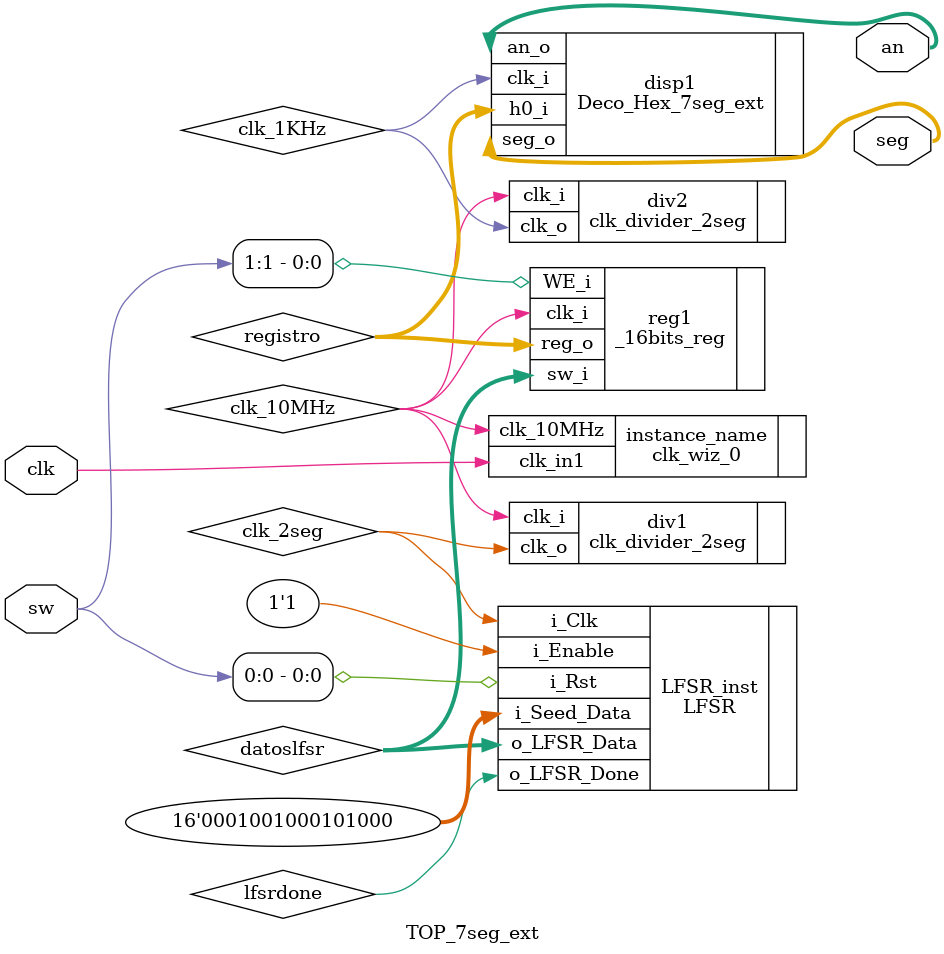
<source format=sv>
`timescale 1ns / 1ps

module TOP_7seg_ext#( parameter Dos_seg= 20000000,
                                Kilo_Hz= 10000)(
input logic [1:0] sw,
input logic clk,
output logic [3:0] an,
output logic [0:6] seg
    );
    logic clk_10MHz;
    logic clk_1KHz;
    logic clk_2seg;
    logic [15:0] datoslfsr, registro;
    logic lfsrdone;
    
   clk_wiz_0 instance_name
   (
    // Clock out ports
    .clk_10MHz(clk_10MHz),     // output clk_10MHz
   // Clock in ports
    .clk_in1(clk));
   
    
    LFSR #(.NUM_BITS(16)) LFSR_inst(
    
              .i_Clk       (clk_2seg),//le entra un reloj de dos seg
              .i_Rst       (sw[0]),
              .i_Enable    (1'b1),
              .i_Seed_Data (16'b0001001000101000), 
              .o_LFSR_Data (datoslfsr),
              .o_LFSR_Done (lfsrdone)
          );
          
          _16bits_reg reg1(
          
              .sw_i     (datoslfsr),
              .WE_i     (sw[1]),
              .clk_i    (clk_10MHz),
              .reg_o    (registro)
          );
          
          
          clk_divider_2seg #(.div(Dos_seg)) div1 (
              .clk_i    (clk_10MHz),
              .clk_o    (clk_2seg)
          );
          
          clk_divider_2seg #(.div(Kilo_Hz)) div2 (
              .clk_i    (clk_10MHz),
              .clk_o    (clk_1KHz)
          );
          
          Deco_Hex_7seg_ext disp1 (
              .clk_i      (clk_1KHz),
              .h0_i       (registro),
              .an_o       (an),
              .seg_o      (seg)
          );
          

endmodule
</source>
